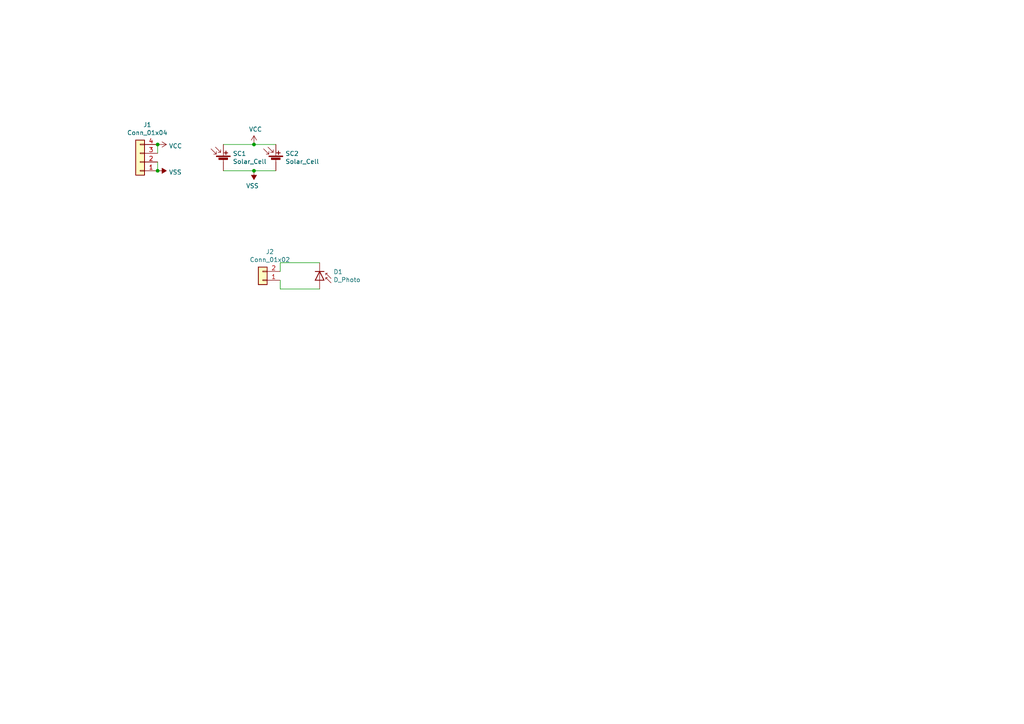
<source format=kicad_sch>
(kicad_sch (version 20211123) (generator eeschema)
  (paper "A4")
  (lib_symbols
    (symbol "Connector_Generic:Conn_01x02" (pin_names (offset 1.016) hide)
      (property "Reference" "J" (at 0 2.54 0))
      (property "Value" "Conn_01x02" (at 0 -5.08 0))
      (symbol "Conn_01x02_1_1"
        (rectangle (start -1.27 -2.413) (end 0 -2.667) (stroke (width 0.1524)))
        (rectangle (start -1.27 0.127) (end 0 -0.127) (stroke (width 0.1524)))
        (rectangle (start -1.27 1.27) (end 1.27 -3.81) (stroke (width 0.254)) (fill (type background)))
        (pin passive line (at -5.08 0 0) (length 3.81) (name "Pin_1") (number "1"))
        (pin passive line (at -5.08 -2.54 0) (length 3.81) (name "Pin_2") (number "2"))
      )
    )
    (symbol "Connector_Generic:Conn_01x04" (pin_names (offset 1.016) hide)
      (property "Reference" "J" (at 0 5.08 0))
      (property "Value" "Conn_01x04" (at 0 -7.62 0))
      (symbol "Conn_01x04_1_1"
        (rectangle (start -1.27 -4.953) (end 0 -5.207) (stroke (width 0.1524)))
        (rectangle (start -1.27 -2.413) (end 0 -2.667) (stroke (width 0.1524)))
        (rectangle (start -1.27 0.127) (end 0 -0.127) (stroke (width 0.1524)))
        (rectangle (start -1.27 2.667) (end 0 2.413) (stroke (width 0.1524)))
        (rectangle (start -1.27 3.81) (end 1.27 -6.35) (stroke (width 0.254)) (fill (type background)))
        (pin passive line (at -5.08 2.54 0) (length 3.81) (name "Pin_1") (number "1"))
        (pin passive line (at -5.08 0 0) (length 3.81) (name "Pin_2") (number "2"))
        (pin passive line (at -5.08 -2.54 0) (length 3.81) (name "Pin_3") (number "3"))
        (pin passive line (at -5.08 -5.08 0) (length 3.81) (name "Pin_4") (number "4"))
      )
    )
    (symbol "Device:D_Photo" (pin_numbers hide) (pin_names hide)
      (property "Reference" "D" (at 0.508 1.778 0))
      (property "Value" "D_Photo" (at -1.016 -2.794 0))
      (symbol "D_Photo_0_1"
        (polyline (pts (xy -2.54 1.27) (xy -2.54 -1.27)) (stroke (width 0.254)))
        (polyline (pts (xy -2.032 1.778) (xy -1.524 1.778)))
        (polyline (pts (xy 0 0) (xy -2.54 0)))
        (polyline (pts (xy -0.508 3.302) (xy -2.032 1.778) (xy -2.032 2.286)))
        (polyline (pts (xy 0 -1.27) (xy 0 1.27) (xy -2.54 0) (xy 0 -1.27)) (stroke (width 0.254)))
        (polyline (pts (xy 0.762 3.302) (xy -0.762 1.778) (xy -0.762 2.286) (xy -0.762 1.778) (xy -0.254 1.778)))
      )
      (symbol "D_Photo_1_1"
        (pin passive line (at -5.08 0 0) (length 2.54) (name "K") (number "1"))
        (pin passive line (at 2.54 0 180) (length 2.54) (name "A") (number "2"))
      )
    )
    (symbol "Device:Solar_Cell" (pin_numbers hide) (pin_names (offset 0) hide)
      (property "Reference" "SC" (at 2.54 2.54 0))
      (property "Value" "Solar_Cell" (at 2.54 0 0))
      (symbol "Solar_Cell_0_1"
        (rectangle (start -2.032 1.778) (end 2.032 1.524) (fill (type outline)))
        (rectangle (start -1.3208 1.1938) (end 1.27 0.6858) (fill (type outline)))
        (polyline (pts (xy -2.032 2.286) (xy -3.556 3.81)))
        (polyline (pts (xy -0.762 2.794) (xy -2.286 4.318)))
        (polyline (pts (xy 0 0.762) (xy 0 0)))
        (polyline (pts (xy 0 1.778) (xy 0 2.54)))
        (polyline (pts (xy 0.254 2.667) (xy 1.27 2.667)) (stroke (width 0.254)))
        (polyline (pts (xy 0.762 3.175) (xy 0.762 2.159)) (stroke (width 0.254)))
        (polyline (pts (xy -2.032 3.048) (xy -2.032 2.286) (xy -2.794 2.286)))
        (polyline (pts (xy -0.762 3.556) (xy -0.762 2.794) (xy -1.524 2.794)))
      )
      (symbol "Solar_Cell_1_1"
        (pin passive line (at 0 5.08 270) (length 2.54) (name "+") (number "1"))
        (pin passive line (at 0 -2.54 90) (length 2.54) (name "-") (number "2"))
      )
    )
    (symbol "power:VCC" (power) (pin_names (offset 0))
      (property "Value" "VCC" (at 0 3.81 0))
      (symbol "VCC_0_1"
        (polyline (pts (xy -0.762 1.27) (xy 0 2.54)))
        (polyline (pts (xy 0 0) (xy 0 2.54)))
        (polyline (pts (xy 0 2.54) (xy 0.762 1.27)))
      )
      (symbol "VCC_1_1"
        (pin power_in line (at 0 0 90) (length 0) hide (name "VCC") (number "1"))
      )
    )
    (symbol "power:VSS" (power) (pin_names (offset 0))
      (property "Value" "VSS" (at 0 3.81 0))
      (symbol "VSS_0_1"
        (polyline (pts (xy 0 0) (xy 0 2.54)))
        (polyline (pts (xy 0.762 1.27) (xy -0.762 1.27) (xy 0 2.54) (xy 0.762 1.27)) (fill (type outline)))
      )
      (symbol "VSS_1_1"
        (pin power_in line (at 0 0 90) (length 0) hide (name "VSS") (number "1"))
      )
    )
  )
  (junction (at 73.66 49.53))
  (junction (at 73.66 41.91))
  (junction (at 45.72 41.91))
  (junction (at 45.72 49.53))
  (wire (pts (xy 81.28 76.2) (xy 92.71 76.2)))
  (wire (pts (xy 92.71 83.82) (xy 81.28 83.82)))
  (wire (pts (xy 81.28 78.74) (xy 81.28 76.2)))
  (wire (pts (xy 45.72 44.45) (xy 45.72 41.91)))
  (wire (pts (xy 45.72 46.99) (xy 45.72 49.53)))
  (wire (pts (xy 73.66 41.91) (xy 64.77 41.91)))
  (wire (pts (xy 73.66 49.53) (xy 80.01 49.53)))
  (wire (pts (xy 80.01 41.91) (xy 73.66 41.91)))
  (wire (pts (xy 81.28 83.82) (xy 81.28 81.28)))
  (wire (pts (xy 64.77 49.53) (xy 73.66 49.53)))
  (symbol (lib_id "Connector_Generic:Conn_01x04") (at 40.64 46.99 180) (unit 1)
    (property "Reference" "J1" (at 42.7228 36.195 0))
    (property "Value" "Conn_01x04" (at 42.7228 38.5064 0))
    (property "Footprint" "Connector_Molex:Molex_PicoBlade_53398-0471_1x04-1MP_P1.25mm_Vertical" (effects hide))
  )
  (symbol (lib_id "Connector_Generic:Conn_01x02") (at 76.2 81.28 180) (unit 1)
    (property "Reference" "J2" (at 78.2828 73.025 0))
    (property "Value" "Conn_01x02" (at 78.2828 75.3364 0))
    (property "Footprint" "Connector_Molex:Molex_PicoBlade_53398-0271_1x02-1MP_P1.25mm_Vertical" (effects hide))
  )
  (symbol (lib_id "power:VSS") (at 45.72 49.53 270) (unit 1)
    (property "Reference" "#PWR03" (effects hide))
    (property "Value" "VSS" (at 48.9712 49.9618 90) (effects (justify left)))
  )
  (symbol (lib_id "power:VCC") (at 45.72 41.91 270) (unit 1)
    (property "Reference" "#PWR01" (effects hide))
    (property "Value" "VCC" (at 48.9712 42.3418 90) (effects (justify left)))
  )
  (symbol (lib_id "Device:D_Photo") (at 92.71 81.28 270) (unit 1)
    (property "Reference" "D1" (at 96.6978 78.8416 90) (effects (justify left)))
    (property "Value" "D_Photo" (at 96.6978 81.153 90) (effects (justify left)))
    (property "Footprint" "CySat footprints:Sun_Sensor" (effects hide))
  )
  (symbol (lib_id "Device:Solar_Cell") (at 64.77 46.99 0) (unit 1)
    (property "Reference" "SC1" (at 67.5132 44.5516 0) (effects (justify left)))
    (property "Value" "Solar_Cell" (at 67.5132 46.863 0) (effects (justify left)))
    (property "Footprint" "CySat:Spectrolabs_UTJ" (effects hide))
  )
  (symbol (lib_id "Device:Solar_Cell") (at 80.01 46.99 0) (unit 1)
    (property "Reference" "SC2" (at 82.7532 44.5516 0) (effects (justify left)))
    (property "Value" "Solar_Cell" (at 82.7532 46.863 0) (effects (justify left)))
    (property "Footprint" "CySat:Spectrolabs_UTJ" (effects hide))
  )
  (symbol (lib_id "power:VCC") (at 73.66 41.91 0) (unit 1)
    (property "Reference" "#PWR02" (effects hide))
    (property "Value" "VCC" (at 74.0918 37.5158 0))
  )
  (symbol (lib_id "power:VSS") (at 73.66 49.53 180) (unit 1)
    (property "Reference" "#PWR04" (effects hide))
    (property "Value" "VSS" (at 73.2028 53.9242 0))
  )
)
</source>
